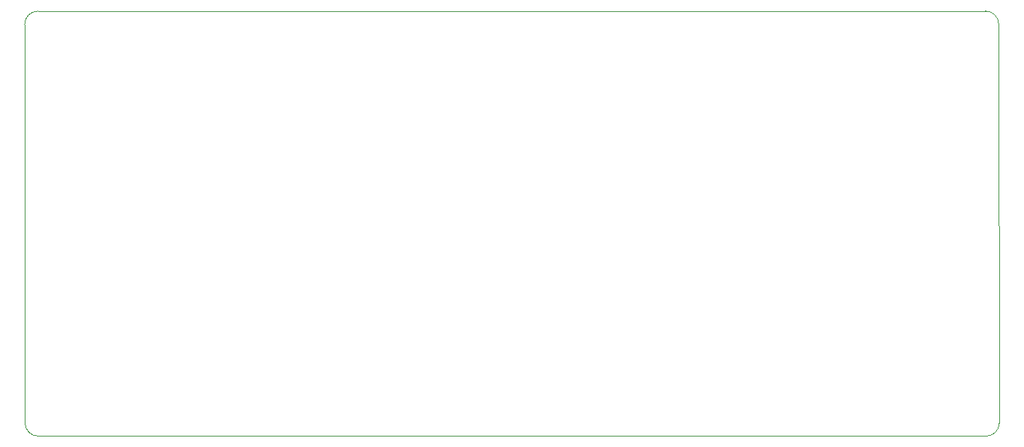
<source format=gbr>
%TF.GenerationSoftware,KiCad,Pcbnew,9.0.4*%
%TF.CreationDate,2025-10-28T17:38:43-05:00*%
%TF.ProjectId,TEST,54455354-2e6b-4696-9361-645f70636258,rev?*%
%TF.SameCoordinates,Original*%
%TF.FileFunction,Profile,NP*%
%FSLAX46Y46*%
G04 Gerber Fmt 4.6, Leading zero omitted, Abs format (unit mm)*
G04 Created by KiCad (PCBNEW 9.0.4) date 2025-10-28 17:38:43*
%MOMM*%
%LPD*%
G01*
G04 APERTURE LIST*
%TA.AperFunction,Profile*%
%ADD10C,0.050000*%
%TD*%
G04 APERTURE END LIST*
D10*
X199989339Y-56210660D02*
X200050000Y-101275000D01*
X198609712Y-102773811D02*
X91506498Y-102774985D01*
X90000000Y-101275000D02*
X89960660Y-56210660D01*
X200050000Y-101275000D02*
G75*
G02*
X198609705Y-102773811I-1500000J0D01*
G01*
X91460660Y-54710661D02*
X198489300Y-54710660D01*
X198489340Y-54710660D02*
G75*
G02*
X199989340Y-56210660I-40J-1500040D01*
G01*
X89960660Y-56210660D02*
G75*
G02*
X91460660Y-54710660I1500040J-40D01*
G01*
X91500000Y-102775000D02*
G75*
G02*
X90000000Y-101275000I0J1500000D01*
G01*
M02*

</source>
